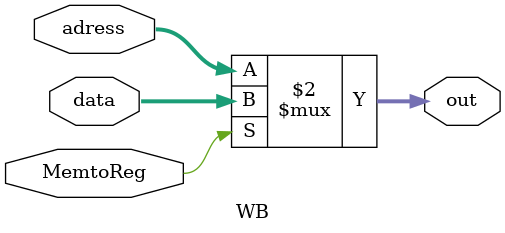
<source format=v>
`timescale 1ns / 1ps


module WB(data, adress, MemtoReg, out);
    input [31:0] data, adress;
    input MemtoReg;
    output [31:0] out;
    
    assign out = (MemtoReg == 1'b1) ? data : adress;
    
endmodule

</source>
